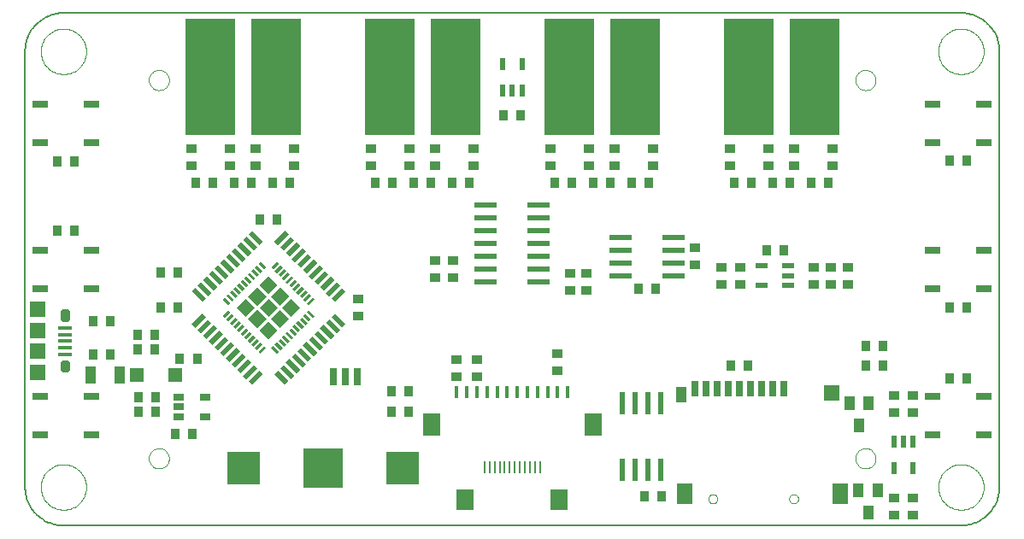
<source format=gtp>
G75*
%MOIN*%
%OFA0B0*%
%FSLAX24Y24*%
%IPPOS*%
%LPD*%
%AMOC8*
5,1,8,0,0,1.08239X$1,22.5*
%
%ADD10C,0.0050*%
%ADD11C,0.0000*%
%ADD12R,0.0276X0.0669*%
%ADD13R,0.0394X0.0709*%
%ADD14R,0.0472X0.0217*%
%ADD15R,0.0400X0.0370*%
%ADD16R,0.0217X0.0472*%
%ADD17R,0.0370X0.0400*%
%ADD18R,0.0870X0.0240*%
%ADD19R,0.1969X0.4567*%
%ADD20R,0.0600X0.0300*%
%ADD21R,0.0551X0.0551*%
%ADD22R,0.0531X0.0157*%
%ADD23C,0.0281*%
%ADD24R,0.0610X0.0648*%
%ADD25R,0.0610X0.0591*%
%ADD26R,0.1560X0.1560*%
%ADD27R,0.1250X0.1250*%
%ADD28R,0.0236X0.0866*%
%ADD29R,0.0315X0.0118*%
%ADD30R,0.0500X0.0500*%
%ADD31R,0.0300X0.0600*%
%ADD32R,0.0400X0.0600*%
%ADD33R,0.0600X0.0800*%
%ADD34R,0.0600X0.0600*%
%ADD35R,0.0390X0.0272*%
%ADD36R,0.0394X0.0551*%
%ADD37R,0.0118X0.0512*%
%ADD38R,0.0709X0.0866*%
%ADD39R,0.0591X0.0197*%
%ADD40R,0.0197X0.0591*%
%ADD41R,0.0098X0.0492*%
%ADD42R,0.0650X0.0807*%
D10*
X017760Y016393D02*
X052760Y016393D01*
X052836Y016395D01*
X052912Y016401D01*
X052987Y016410D01*
X053062Y016424D01*
X053136Y016441D01*
X053209Y016462D01*
X053281Y016486D01*
X053352Y016515D01*
X053421Y016546D01*
X053488Y016581D01*
X053553Y016620D01*
X053617Y016662D01*
X053678Y016707D01*
X053737Y016755D01*
X053793Y016806D01*
X053847Y016860D01*
X053898Y016916D01*
X053946Y016975D01*
X053991Y017036D01*
X054033Y017100D01*
X054072Y017165D01*
X054107Y017232D01*
X054138Y017301D01*
X054167Y017372D01*
X054191Y017444D01*
X054212Y017517D01*
X054229Y017591D01*
X054243Y017666D01*
X054252Y017741D01*
X054258Y017817D01*
X054260Y017893D01*
X054260Y034893D01*
X054258Y034969D01*
X054252Y035045D01*
X054243Y035120D01*
X054229Y035195D01*
X054212Y035269D01*
X054191Y035342D01*
X054167Y035414D01*
X054138Y035485D01*
X054107Y035554D01*
X054072Y035621D01*
X054033Y035686D01*
X053991Y035750D01*
X053946Y035811D01*
X053898Y035870D01*
X053847Y035926D01*
X053793Y035980D01*
X053737Y036031D01*
X053678Y036079D01*
X053617Y036124D01*
X053553Y036166D01*
X053488Y036205D01*
X053421Y036240D01*
X053352Y036271D01*
X053281Y036300D01*
X053209Y036324D01*
X053136Y036345D01*
X053062Y036362D01*
X052987Y036376D01*
X052912Y036385D01*
X052836Y036391D01*
X052760Y036393D01*
X017760Y036393D01*
X017684Y036391D01*
X017608Y036385D01*
X017533Y036376D01*
X017458Y036362D01*
X017384Y036345D01*
X017311Y036324D01*
X017239Y036300D01*
X017168Y036271D01*
X017099Y036240D01*
X017032Y036205D01*
X016967Y036166D01*
X016903Y036124D01*
X016842Y036079D01*
X016783Y036031D01*
X016727Y035980D01*
X016673Y035926D01*
X016622Y035870D01*
X016574Y035811D01*
X016529Y035750D01*
X016487Y035686D01*
X016448Y035621D01*
X016413Y035554D01*
X016382Y035485D01*
X016353Y035414D01*
X016329Y035342D01*
X016308Y035269D01*
X016291Y035195D01*
X016277Y035120D01*
X016268Y035045D01*
X016262Y034969D01*
X016260Y034893D01*
X016260Y017893D01*
X016262Y017817D01*
X016268Y017741D01*
X016277Y017666D01*
X016291Y017591D01*
X016308Y017517D01*
X016329Y017444D01*
X016353Y017372D01*
X016382Y017301D01*
X016413Y017232D01*
X016448Y017165D01*
X016487Y017100D01*
X016529Y017036D01*
X016574Y016975D01*
X016622Y016916D01*
X016673Y016860D01*
X016727Y016806D01*
X016783Y016755D01*
X016842Y016707D01*
X016903Y016662D01*
X016967Y016620D01*
X017032Y016581D01*
X017099Y016546D01*
X017168Y016515D01*
X017239Y016486D01*
X017311Y016462D01*
X017384Y016441D01*
X017458Y016424D01*
X017533Y016410D01*
X017608Y016401D01*
X017684Y016395D01*
X017760Y016393D01*
D11*
X016874Y017893D02*
X016876Y017952D01*
X016882Y018011D01*
X016892Y018069D01*
X016905Y018127D01*
X016923Y018184D01*
X016944Y018239D01*
X016969Y018293D01*
X016998Y018345D01*
X017030Y018394D01*
X017065Y018442D01*
X017103Y018487D01*
X017144Y018530D01*
X017188Y018570D01*
X017234Y018606D01*
X017283Y018640D01*
X017334Y018670D01*
X017387Y018697D01*
X017442Y018720D01*
X017497Y018739D01*
X017555Y018755D01*
X017613Y018767D01*
X017671Y018775D01*
X017730Y018779D01*
X017790Y018779D01*
X017849Y018775D01*
X017907Y018767D01*
X017965Y018755D01*
X018023Y018739D01*
X018078Y018720D01*
X018133Y018697D01*
X018186Y018670D01*
X018237Y018640D01*
X018286Y018606D01*
X018332Y018570D01*
X018376Y018530D01*
X018417Y018487D01*
X018455Y018442D01*
X018490Y018394D01*
X018522Y018345D01*
X018551Y018293D01*
X018576Y018239D01*
X018597Y018184D01*
X018615Y018127D01*
X018628Y018069D01*
X018638Y018011D01*
X018644Y017952D01*
X018646Y017893D01*
X018644Y017834D01*
X018638Y017775D01*
X018628Y017717D01*
X018615Y017659D01*
X018597Y017602D01*
X018576Y017547D01*
X018551Y017493D01*
X018522Y017441D01*
X018490Y017392D01*
X018455Y017344D01*
X018417Y017299D01*
X018376Y017256D01*
X018332Y017216D01*
X018286Y017180D01*
X018237Y017146D01*
X018186Y017116D01*
X018133Y017089D01*
X018078Y017066D01*
X018023Y017047D01*
X017965Y017031D01*
X017907Y017019D01*
X017849Y017011D01*
X017790Y017007D01*
X017730Y017007D01*
X017671Y017011D01*
X017613Y017019D01*
X017555Y017031D01*
X017497Y017047D01*
X017442Y017066D01*
X017387Y017089D01*
X017334Y017116D01*
X017283Y017146D01*
X017234Y017180D01*
X017188Y017216D01*
X017144Y017256D01*
X017103Y017299D01*
X017065Y017344D01*
X017030Y017392D01*
X016998Y017441D01*
X016969Y017493D01*
X016944Y017547D01*
X016923Y017602D01*
X016905Y017659D01*
X016892Y017717D01*
X016882Y017775D01*
X016876Y017834D01*
X016874Y017893D01*
X021086Y019011D02*
X021088Y019050D01*
X021094Y019089D01*
X021104Y019127D01*
X021117Y019164D01*
X021134Y019199D01*
X021154Y019233D01*
X021178Y019264D01*
X021205Y019293D01*
X021234Y019319D01*
X021266Y019342D01*
X021300Y019362D01*
X021336Y019378D01*
X021373Y019390D01*
X021412Y019399D01*
X021451Y019404D01*
X021490Y019405D01*
X021529Y019402D01*
X021568Y019395D01*
X021605Y019384D01*
X021642Y019370D01*
X021677Y019352D01*
X021710Y019331D01*
X021741Y019306D01*
X021769Y019279D01*
X021794Y019249D01*
X021816Y019216D01*
X021835Y019182D01*
X021850Y019146D01*
X021862Y019108D01*
X021870Y019070D01*
X021874Y019031D01*
X021874Y018991D01*
X021870Y018952D01*
X021862Y018914D01*
X021850Y018876D01*
X021835Y018840D01*
X021816Y018806D01*
X021794Y018773D01*
X021769Y018743D01*
X021741Y018716D01*
X021710Y018691D01*
X021677Y018670D01*
X021642Y018652D01*
X021605Y018638D01*
X021568Y018627D01*
X021529Y018620D01*
X021490Y018617D01*
X021451Y018618D01*
X021412Y018623D01*
X021373Y018632D01*
X021336Y018644D01*
X021300Y018660D01*
X021266Y018680D01*
X021234Y018703D01*
X021205Y018729D01*
X021178Y018758D01*
X021154Y018789D01*
X021134Y018823D01*
X021117Y018858D01*
X021104Y018895D01*
X021094Y018933D01*
X021088Y018972D01*
X021086Y019011D01*
X021086Y033775D02*
X021088Y033814D01*
X021094Y033853D01*
X021104Y033891D01*
X021117Y033928D01*
X021134Y033963D01*
X021154Y033997D01*
X021178Y034028D01*
X021205Y034057D01*
X021234Y034083D01*
X021266Y034106D01*
X021300Y034126D01*
X021336Y034142D01*
X021373Y034154D01*
X021412Y034163D01*
X021451Y034168D01*
X021490Y034169D01*
X021529Y034166D01*
X021568Y034159D01*
X021605Y034148D01*
X021642Y034134D01*
X021677Y034116D01*
X021710Y034095D01*
X021741Y034070D01*
X021769Y034043D01*
X021794Y034013D01*
X021816Y033980D01*
X021835Y033946D01*
X021850Y033910D01*
X021862Y033872D01*
X021870Y033834D01*
X021874Y033795D01*
X021874Y033755D01*
X021870Y033716D01*
X021862Y033678D01*
X021850Y033640D01*
X021835Y033604D01*
X021816Y033570D01*
X021794Y033537D01*
X021769Y033507D01*
X021741Y033480D01*
X021710Y033455D01*
X021677Y033434D01*
X021642Y033416D01*
X021605Y033402D01*
X021568Y033391D01*
X021529Y033384D01*
X021490Y033381D01*
X021451Y033382D01*
X021412Y033387D01*
X021373Y033396D01*
X021336Y033408D01*
X021300Y033424D01*
X021266Y033444D01*
X021234Y033467D01*
X021205Y033493D01*
X021178Y033522D01*
X021154Y033553D01*
X021134Y033587D01*
X021117Y033622D01*
X021104Y033659D01*
X021094Y033697D01*
X021088Y033736D01*
X021086Y033775D01*
X016874Y034893D02*
X016876Y034952D01*
X016882Y035011D01*
X016892Y035069D01*
X016905Y035127D01*
X016923Y035184D01*
X016944Y035239D01*
X016969Y035293D01*
X016998Y035345D01*
X017030Y035394D01*
X017065Y035442D01*
X017103Y035487D01*
X017144Y035530D01*
X017188Y035570D01*
X017234Y035606D01*
X017283Y035640D01*
X017334Y035670D01*
X017387Y035697D01*
X017442Y035720D01*
X017497Y035739D01*
X017555Y035755D01*
X017613Y035767D01*
X017671Y035775D01*
X017730Y035779D01*
X017790Y035779D01*
X017849Y035775D01*
X017907Y035767D01*
X017965Y035755D01*
X018023Y035739D01*
X018078Y035720D01*
X018133Y035697D01*
X018186Y035670D01*
X018237Y035640D01*
X018286Y035606D01*
X018332Y035570D01*
X018376Y035530D01*
X018417Y035487D01*
X018455Y035442D01*
X018490Y035394D01*
X018522Y035345D01*
X018551Y035293D01*
X018576Y035239D01*
X018597Y035184D01*
X018615Y035127D01*
X018628Y035069D01*
X018638Y035011D01*
X018644Y034952D01*
X018646Y034893D01*
X018644Y034834D01*
X018638Y034775D01*
X018628Y034717D01*
X018615Y034659D01*
X018597Y034602D01*
X018576Y034547D01*
X018551Y034493D01*
X018522Y034441D01*
X018490Y034392D01*
X018455Y034344D01*
X018417Y034299D01*
X018376Y034256D01*
X018332Y034216D01*
X018286Y034180D01*
X018237Y034146D01*
X018186Y034116D01*
X018133Y034089D01*
X018078Y034066D01*
X018023Y034047D01*
X017965Y034031D01*
X017907Y034019D01*
X017849Y034011D01*
X017790Y034007D01*
X017730Y034007D01*
X017671Y034011D01*
X017613Y034019D01*
X017555Y034031D01*
X017497Y034047D01*
X017442Y034066D01*
X017387Y034089D01*
X017334Y034116D01*
X017283Y034146D01*
X017234Y034180D01*
X017188Y034216D01*
X017144Y034256D01*
X017103Y034299D01*
X017065Y034344D01*
X017030Y034392D01*
X016998Y034441D01*
X016969Y034493D01*
X016944Y034547D01*
X016923Y034602D01*
X016905Y034659D01*
X016892Y034717D01*
X016882Y034775D01*
X016876Y034834D01*
X016874Y034893D01*
X042911Y017435D02*
X042913Y017461D01*
X042919Y017487D01*
X042928Y017511D01*
X042941Y017534D01*
X042958Y017554D01*
X042977Y017572D01*
X042999Y017587D01*
X043022Y017598D01*
X043047Y017606D01*
X043073Y017610D01*
X043099Y017610D01*
X043125Y017606D01*
X043150Y017598D01*
X043174Y017587D01*
X043195Y017572D01*
X043214Y017554D01*
X043231Y017534D01*
X043244Y017511D01*
X043253Y017487D01*
X043259Y017461D01*
X043261Y017435D01*
X043259Y017409D01*
X043253Y017383D01*
X043244Y017359D01*
X043231Y017336D01*
X043214Y017316D01*
X043195Y017298D01*
X043173Y017283D01*
X043150Y017272D01*
X043125Y017264D01*
X043099Y017260D01*
X043073Y017260D01*
X043047Y017264D01*
X043022Y017272D01*
X042998Y017283D01*
X042977Y017298D01*
X042958Y017316D01*
X042941Y017336D01*
X042928Y017359D01*
X042919Y017383D01*
X042913Y017409D01*
X042911Y017435D01*
X046060Y017435D02*
X046062Y017461D01*
X046068Y017487D01*
X046077Y017511D01*
X046090Y017534D01*
X046107Y017554D01*
X046126Y017572D01*
X046148Y017587D01*
X046171Y017598D01*
X046196Y017606D01*
X046222Y017610D01*
X046248Y017610D01*
X046274Y017606D01*
X046299Y017598D01*
X046323Y017587D01*
X046344Y017572D01*
X046363Y017554D01*
X046380Y017534D01*
X046393Y017511D01*
X046402Y017487D01*
X046408Y017461D01*
X046410Y017435D01*
X046408Y017409D01*
X046402Y017383D01*
X046393Y017359D01*
X046380Y017336D01*
X046363Y017316D01*
X046344Y017298D01*
X046322Y017283D01*
X046299Y017272D01*
X046274Y017264D01*
X046248Y017260D01*
X046222Y017260D01*
X046196Y017264D01*
X046171Y017272D01*
X046147Y017283D01*
X046126Y017298D01*
X046107Y017316D01*
X046090Y017336D01*
X046077Y017359D01*
X046068Y017383D01*
X046062Y017409D01*
X046060Y017435D01*
X048645Y019011D02*
X048647Y019050D01*
X048653Y019089D01*
X048663Y019127D01*
X048676Y019164D01*
X048693Y019199D01*
X048713Y019233D01*
X048737Y019264D01*
X048764Y019293D01*
X048793Y019319D01*
X048825Y019342D01*
X048859Y019362D01*
X048895Y019378D01*
X048932Y019390D01*
X048971Y019399D01*
X049010Y019404D01*
X049049Y019405D01*
X049088Y019402D01*
X049127Y019395D01*
X049164Y019384D01*
X049201Y019370D01*
X049236Y019352D01*
X049269Y019331D01*
X049300Y019306D01*
X049328Y019279D01*
X049353Y019249D01*
X049375Y019216D01*
X049394Y019182D01*
X049409Y019146D01*
X049421Y019108D01*
X049429Y019070D01*
X049433Y019031D01*
X049433Y018991D01*
X049429Y018952D01*
X049421Y018914D01*
X049409Y018876D01*
X049394Y018840D01*
X049375Y018806D01*
X049353Y018773D01*
X049328Y018743D01*
X049300Y018716D01*
X049269Y018691D01*
X049236Y018670D01*
X049201Y018652D01*
X049164Y018638D01*
X049127Y018627D01*
X049088Y018620D01*
X049049Y018617D01*
X049010Y018618D01*
X048971Y018623D01*
X048932Y018632D01*
X048895Y018644D01*
X048859Y018660D01*
X048825Y018680D01*
X048793Y018703D01*
X048764Y018729D01*
X048737Y018758D01*
X048713Y018789D01*
X048693Y018823D01*
X048676Y018858D01*
X048663Y018895D01*
X048653Y018933D01*
X048647Y018972D01*
X048645Y019011D01*
X051874Y017893D02*
X051876Y017952D01*
X051882Y018011D01*
X051892Y018069D01*
X051905Y018127D01*
X051923Y018184D01*
X051944Y018239D01*
X051969Y018293D01*
X051998Y018345D01*
X052030Y018394D01*
X052065Y018442D01*
X052103Y018487D01*
X052144Y018530D01*
X052188Y018570D01*
X052234Y018606D01*
X052283Y018640D01*
X052334Y018670D01*
X052387Y018697D01*
X052442Y018720D01*
X052497Y018739D01*
X052555Y018755D01*
X052613Y018767D01*
X052671Y018775D01*
X052730Y018779D01*
X052790Y018779D01*
X052849Y018775D01*
X052907Y018767D01*
X052965Y018755D01*
X053023Y018739D01*
X053078Y018720D01*
X053133Y018697D01*
X053186Y018670D01*
X053237Y018640D01*
X053286Y018606D01*
X053332Y018570D01*
X053376Y018530D01*
X053417Y018487D01*
X053455Y018442D01*
X053490Y018394D01*
X053522Y018345D01*
X053551Y018293D01*
X053576Y018239D01*
X053597Y018184D01*
X053615Y018127D01*
X053628Y018069D01*
X053638Y018011D01*
X053644Y017952D01*
X053646Y017893D01*
X053644Y017834D01*
X053638Y017775D01*
X053628Y017717D01*
X053615Y017659D01*
X053597Y017602D01*
X053576Y017547D01*
X053551Y017493D01*
X053522Y017441D01*
X053490Y017392D01*
X053455Y017344D01*
X053417Y017299D01*
X053376Y017256D01*
X053332Y017216D01*
X053286Y017180D01*
X053237Y017146D01*
X053186Y017116D01*
X053133Y017089D01*
X053078Y017066D01*
X053023Y017047D01*
X052965Y017031D01*
X052907Y017019D01*
X052849Y017011D01*
X052790Y017007D01*
X052730Y017007D01*
X052671Y017011D01*
X052613Y017019D01*
X052555Y017031D01*
X052497Y017047D01*
X052442Y017066D01*
X052387Y017089D01*
X052334Y017116D01*
X052283Y017146D01*
X052234Y017180D01*
X052188Y017216D01*
X052144Y017256D01*
X052103Y017299D01*
X052065Y017344D01*
X052030Y017392D01*
X051998Y017441D01*
X051969Y017493D01*
X051944Y017547D01*
X051923Y017602D01*
X051905Y017659D01*
X051892Y017717D01*
X051882Y017775D01*
X051876Y017834D01*
X051874Y017893D01*
X048645Y033775D02*
X048647Y033814D01*
X048653Y033853D01*
X048663Y033891D01*
X048676Y033928D01*
X048693Y033963D01*
X048713Y033997D01*
X048737Y034028D01*
X048764Y034057D01*
X048793Y034083D01*
X048825Y034106D01*
X048859Y034126D01*
X048895Y034142D01*
X048932Y034154D01*
X048971Y034163D01*
X049010Y034168D01*
X049049Y034169D01*
X049088Y034166D01*
X049127Y034159D01*
X049164Y034148D01*
X049201Y034134D01*
X049236Y034116D01*
X049269Y034095D01*
X049300Y034070D01*
X049328Y034043D01*
X049353Y034013D01*
X049375Y033980D01*
X049394Y033946D01*
X049409Y033910D01*
X049421Y033872D01*
X049429Y033834D01*
X049433Y033795D01*
X049433Y033755D01*
X049429Y033716D01*
X049421Y033678D01*
X049409Y033640D01*
X049394Y033604D01*
X049375Y033570D01*
X049353Y033537D01*
X049328Y033507D01*
X049300Y033480D01*
X049269Y033455D01*
X049236Y033434D01*
X049201Y033416D01*
X049164Y033402D01*
X049127Y033391D01*
X049088Y033384D01*
X049049Y033381D01*
X049010Y033382D01*
X048971Y033387D01*
X048932Y033396D01*
X048895Y033408D01*
X048859Y033424D01*
X048825Y033444D01*
X048793Y033467D01*
X048764Y033493D01*
X048737Y033522D01*
X048713Y033553D01*
X048693Y033587D01*
X048676Y033622D01*
X048663Y033659D01*
X048653Y033697D01*
X048647Y033736D01*
X048645Y033775D01*
X051874Y034893D02*
X051876Y034952D01*
X051882Y035011D01*
X051892Y035069D01*
X051905Y035127D01*
X051923Y035184D01*
X051944Y035239D01*
X051969Y035293D01*
X051998Y035345D01*
X052030Y035394D01*
X052065Y035442D01*
X052103Y035487D01*
X052144Y035530D01*
X052188Y035570D01*
X052234Y035606D01*
X052283Y035640D01*
X052334Y035670D01*
X052387Y035697D01*
X052442Y035720D01*
X052497Y035739D01*
X052555Y035755D01*
X052613Y035767D01*
X052671Y035775D01*
X052730Y035779D01*
X052790Y035779D01*
X052849Y035775D01*
X052907Y035767D01*
X052965Y035755D01*
X053023Y035739D01*
X053078Y035720D01*
X053133Y035697D01*
X053186Y035670D01*
X053237Y035640D01*
X053286Y035606D01*
X053332Y035570D01*
X053376Y035530D01*
X053417Y035487D01*
X053455Y035442D01*
X053490Y035394D01*
X053522Y035345D01*
X053551Y035293D01*
X053576Y035239D01*
X053597Y035184D01*
X053615Y035127D01*
X053628Y035069D01*
X053638Y035011D01*
X053644Y034952D01*
X053646Y034893D01*
X053644Y034834D01*
X053638Y034775D01*
X053628Y034717D01*
X053615Y034659D01*
X053597Y034602D01*
X053576Y034547D01*
X053551Y034493D01*
X053522Y034441D01*
X053490Y034392D01*
X053455Y034344D01*
X053417Y034299D01*
X053376Y034256D01*
X053332Y034216D01*
X053286Y034180D01*
X053237Y034146D01*
X053186Y034116D01*
X053133Y034089D01*
X053078Y034066D01*
X053023Y034047D01*
X052965Y034031D01*
X052907Y034019D01*
X052849Y034011D01*
X052790Y034007D01*
X052730Y034007D01*
X052671Y034011D01*
X052613Y034019D01*
X052555Y034031D01*
X052497Y034047D01*
X052442Y034066D01*
X052387Y034089D01*
X052334Y034116D01*
X052283Y034146D01*
X052234Y034180D01*
X052188Y034216D01*
X052144Y034256D01*
X052103Y034299D01*
X052065Y034344D01*
X052030Y034392D01*
X051998Y034441D01*
X051969Y034493D01*
X051944Y034547D01*
X051923Y034602D01*
X051905Y034659D01*
X051892Y034717D01*
X051882Y034775D01*
X051876Y034834D01*
X051874Y034893D01*
D12*
X029232Y022206D03*
X028760Y022206D03*
X028287Y022206D03*
D13*
X019936Y022268D03*
X018833Y022268D03*
D14*
X044998Y025769D03*
X044998Y026517D03*
X046021Y026517D03*
X046021Y026143D03*
X046021Y025769D03*
D15*
X047010Y025809D03*
X047010Y026478D03*
X047697Y026478D03*
X048353Y026478D03*
X048353Y025809D03*
X047697Y025809D03*
X044166Y025809D03*
X044166Y026478D03*
X043416Y026478D03*
X043416Y025809D03*
X042385Y026559D03*
X042385Y027228D03*
X043760Y030434D03*
X043760Y031103D03*
X045260Y031103D03*
X045260Y030434D03*
X046260Y030434D03*
X046260Y031103D03*
X047760Y031103D03*
X047760Y030434D03*
X040760Y030434D03*
X040760Y031103D03*
X039260Y031103D03*
X038260Y031103D03*
X038260Y030434D03*
X039260Y030434D03*
X036760Y030434D03*
X036760Y031103D03*
X033760Y031103D03*
X033760Y030434D03*
X032260Y030434D03*
X032260Y031103D03*
X031260Y031103D03*
X031260Y030434D03*
X029760Y030434D03*
X029760Y031103D03*
X026760Y031103D03*
X026760Y030434D03*
X025260Y030434D03*
X024260Y030434D03*
X024260Y031103D03*
X025260Y031103D03*
X022760Y031103D03*
X022760Y030434D03*
X029260Y025228D03*
X029260Y024559D03*
X032260Y026059D03*
X032960Y026059D03*
X032960Y026728D03*
X032260Y026728D03*
X037510Y026228D03*
X038135Y026228D03*
X038135Y025559D03*
X037510Y025559D03*
X037031Y023103D03*
X037031Y022434D03*
X033882Y022184D03*
X033094Y022184D03*
X033094Y022853D03*
X033882Y022853D03*
X050135Y021478D03*
X050884Y021478D03*
X050884Y020809D03*
X050135Y020809D03*
X050135Y017478D03*
X050885Y017478D03*
X050885Y016809D03*
X050135Y016809D03*
D16*
X050135Y018631D03*
X050884Y018631D03*
X050884Y019655D03*
X050510Y019655D03*
X050135Y019655D03*
X035634Y033381D03*
X035260Y033381D03*
X034885Y033381D03*
X034885Y034405D03*
X035634Y034405D03*
D17*
X035594Y032393D03*
X034925Y032393D03*
X033594Y029768D03*
X032925Y029768D03*
X032094Y029768D03*
X031425Y029768D03*
X030594Y029768D03*
X029925Y029768D03*
X026594Y029768D03*
X025925Y029768D03*
X025094Y029768D03*
X024425Y029768D03*
X023594Y029768D03*
X022925Y029768D03*
X025425Y028331D03*
X026094Y028331D03*
X022219Y026268D03*
X021550Y026268D03*
X021550Y024893D03*
X022219Y024893D03*
X021313Y023849D03*
X021313Y023275D03*
X020644Y023275D03*
X020644Y023849D03*
X019594Y024361D03*
X018925Y024361D03*
X018925Y023081D03*
X019594Y023081D03*
X020675Y021393D03*
X021344Y021393D03*
X021344Y020831D03*
X020675Y020831D03*
X022112Y019956D03*
X022782Y019956D03*
X022969Y022893D03*
X022300Y022893D03*
X018194Y027893D03*
X017525Y027893D03*
X017525Y030593D03*
X018194Y030593D03*
X030537Y021643D03*
X031207Y021643D03*
X031207Y020831D03*
X030537Y020831D03*
X040425Y017543D03*
X041094Y017543D03*
X043775Y022643D03*
X044444Y022643D03*
X049050Y022643D03*
X049719Y022643D03*
X049719Y023393D03*
X049050Y023393D03*
X052325Y022143D03*
X052994Y022143D03*
X052994Y024893D03*
X052325Y024893D03*
X045844Y027143D03*
X045175Y027143D03*
X045425Y029768D03*
X046094Y029768D03*
X046925Y029768D03*
X047594Y029768D03*
X044594Y029768D03*
X043925Y029768D03*
X040594Y029768D03*
X039925Y029768D03*
X039094Y029768D03*
X038425Y029768D03*
X037594Y029768D03*
X036925Y029768D03*
X040175Y025643D03*
X040844Y025643D03*
X052325Y030643D03*
X052994Y030643D03*
D18*
X041540Y027643D03*
X041540Y027143D03*
X041540Y026643D03*
X041540Y026143D03*
X039480Y026143D03*
X039480Y026643D03*
X039480Y027143D03*
X039480Y027643D03*
X036290Y027393D03*
X036290Y026893D03*
X036290Y026393D03*
X036290Y025893D03*
X034230Y025893D03*
X034230Y026393D03*
X034230Y026893D03*
X034230Y027393D03*
X034230Y027893D03*
X034230Y028393D03*
X034230Y028893D03*
X036290Y028893D03*
X036290Y028393D03*
X036290Y027893D03*
D19*
X037480Y033893D03*
X040039Y033893D03*
X044480Y033893D03*
X047039Y033893D03*
X033039Y033893D03*
X030480Y033893D03*
X026039Y033893D03*
X023480Y033893D03*
D20*
X018860Y032843D03*
X016860Y032843D03*
X016860Y031343D03*
X018860Y031343D03*
X018860Y027143D03*
X016860Y027143D03*
X016860Y025643D03*
X018860Y025643D03*
X018860Y021443D03*
X016860Y021443D03*
X016860Y019943D03*
X018860Y019943D03*
X051660Y019943D03*
X051660Y021443D03*
X053660Y021443D03*
X053660Y019943D03*
X053660Y025643D03*
X053660Y027143D03*
X051660Y027143D03*
X051660Y025643D03*
X051660Y031343D03*
X051660Y032843D03*
X053660Y032843D03*
X053660Y031343D03*
D21*
X022101Y022268D03*
X020605Y022268D03*
D22*
X017823Y023081D03*
X017823Y023337D03*
X017823Y023593D03*
X017823Y023849D03*
X017823Y024105D03*
D23*
X017776Y024472D02*
X017776Y024684D01*
X017870Y024684D01*
X017870Y024472D01*
X017776Y024472D01*
X017776Y022715D02*
X017776Y022503D01*
X017776Y022715D02*
X017870Y022715D01*
X017870Y022503D01*
X017776Y022503D01*
D24*
X016760Y022364D03*
X016760Y024823D03*
D25*
X016760Y023987D03*
X016760Y023200D03*
D26*
X027885Y018643D03*
D27*
X030985Y018643D03*
X024785Y018643D03*
D28*
X039535Y018557D03*
X040035Y018557D03*
X040535Y018557D03*
X041035Y018557D03*
X041035Y021179D03*
X040535Y021179D03*
X040035Y021179D03*
X039535Y021179D03*
D29*
G36*
X027333Y024795D02*
X027554Y024574D01*
X027471Y024491D01*
X027250Y024712D01*
X027333Y024795D01*
G37*
G36*
X027194Y024656D02*
X027415Y024435D01*
X027332Y024352D01*
X027111Y024573D01*
X027194Y024656D01*
G37*
G36*
X027055Y024516D02*
X027276Y024295D01*
X027193Y024212D01*
X026972Y024433D01*
X027055Y024516D01*
G37*
G36*
X026915Y024377D02*
X027136Y024156D01*
X027053Y024073D01*
X026832Y024294D01*
X026915Y024377D01*
G37*
G36*
X026776Y024238D02*
X026997Y024017D01*
X026914Y023934D01*
X026693Y024155D01*
X026776Y024238D01*
G37*
G36*
X026775Y023795D02*
X026554Y024016D01*
X026637Y024099D01*
X026858Y023878D01*
X026775Y023795D01*
G37*
G36*
X026636Y023656D02*
X026415Y023877D01*
X026498Y023960D01*
X026719Y023739D01*
X026636Y023656D01*
G37*
G36*
X026497Y023516D02*
X026276Y023737D01*
X026359Y023820D01*
X026580Y023599D01*
X026497Y023516D01*
G37*
G36*
X026357Y023377D02*
X026136Y023598D01*
X026219Y023681D01*
X026440Y023460D01*
X026357Y023377D01*
G37*
G36*
X026218Y023238D02*
X025997Y023459D01*
X026080Y023542D01*
X026301Y023321D01*
X026218Y023238D01*
G37*
G36*
X026079Y023099D02*
X025858Y023320D01*
X025941Y023403D01*
X026162Y023182D01*
X026079Y023099D01*
G37*
G36*
X025661Y023320D02*
X025440Y023099D01*
X025357Y023182D01*
X025578Y023403D01*
X025661Y023320D01*
G37*
G36*
X025522Y023459D02*
X025301Y023238D01*
X025218Y023321D01*
X025439Y023542D01*
X025522Y023459D01*
G37*
G36*
X025383Y023598D02*
X025162Y023377D01*
X025079Y023460D01*
X025300Y023681D01*
X025383Y023598D01*
G37*
G36*
X025243Y023737D02*
X025022Y023516D01*
X024939Y023599D01*
X025160Y023820D01*
X025243Y023737D01*
G37*
G36*
X025104Y023877D02*
X024883Y023656D01*
X024800Y023739D01*
X025021Y023960D01*
X025104Y023877D01*
G37*
G36*
X024661Y023878D02*
X024882Y024099D01*
X024965Y024016D01*
X024744Y023795D01*
X024661Y023878D01*
G37*
G36*
X024522Y024017D02*
X024743Y024238D01*
X024826Y024155D01*
X024605Y023934D01*
X024522Y024017D01*
G37*
G36*
X024383Y024156D02*
X024604Y024377D01*
X024687Y024294D01*
X024466Y024073D01*
X024383Y024156D01*
G37*
G36*
X024243Y024295D02*
X024464Y024516D01*
X024547Y024433D01*
X024326Y024212D01*
X024243Y024295D01*
G37*
G36*
X024104Y024435D02*
X024325Y024656D01*
X024408Y024573D01*
X024187Y024352D01*
X024104Y024435D01*
G37*
G36*
X023965Y024574D02*
X024186Y024795D01*
X024269Y024712D01*
X024048Y024491D01*
X023965Y024574D01*
G37*
G36*
X024186Y024992D02*
X023965Y025213D01*
X024048Y025296D01*
X024269Y025075D01*
X024186Y024992D01*
G37*
G36*
X024325Y025131D02*
X024104Y025352D01*
X024187Y025435D01*
X024408Y025214D01*
X024325Y025131D01*
G37*
G36*
X024464Y025270D02*
X024243Y025491D01*
X024326Y025574D01*
X024547Y025353D01*
X024464Y025270D01*
G37*
G36*
X024604Y025409D02*
X024383Y025630D01*
X024466Y025713D01*
X024687Y025492D01*
X024604Y025409D01*
G37*
G36*
X024743Y025549D02*
X024522Y025770D01*
X024605Y025853D01*
X024826Y025632D01*
X024743Y025549D01*
G37*
G36*
X024744Y025992D02*
X024965Y025771D01*
X024882Y025688D01*
X024661Y025909D01*
X024744Y025992D01*
G37*
G36*
X024883Y026131D02*
X025104Y025910D01*
X025021Y025827D01*
X024800Y026048D01*
X024883Y026131D01*
G37*
G36*
X025022Y026270D02*
X025243Y026049D01*
X025160Y025966D01*
X024939Y026187D01*
X025022Y026270D01*
G37*
G36*
X025162Y026409D02*
X025383Y026188D01*
X025300Y026105D01*
X025079Y026326D01*
X025162Y026409D01*
G37*
G36*
X025301Y026549D02*
X025522Y026328D01*
X025439Y026245D01*
X025218Y026466D01*
X025301Y026549D01*
G37*
G36*
X025440Y026688D02*
X025661Y026467D01*
X025578Y026384D01*
X025357Y026605D01*
X025440Y026688D01*
G37*
G36*
X025858Y026467D02*
X026079Y026688D01*
X026162Y026605D01*
X025941Y026384D01*
X025858Y026467D01*
G37*
G36*
X025997Y026328D02*
X026218Y026549D01*
X026301Y026466D01*
X026080Y026245D01*
X025997Y026328D01*
G37*
G36*
X026136Y026188D02*
X026357Y026409D01*
X026440Y026326D01*
X026219Y026105D01*
X026136Y026188D01*
G37*
G36*
X026276Y026049D02*
X026497Y026270D01*
X026580Y026187D01*
X026359Y025966D01*
X026276Y026049D01*
G37*
G36*
X026415Y025910D02*
X026636Y026131D01*
X026719Y026048D01*
X026498Y025827D01*
X026415Y025910D01*
G37*
G36*
X026858Y025909D02*
X026637Y025688D01*
X026554Y025771D01*
X026775Y025992D01*
X026858Y025909D01*
G37*
G36*
X026997Y025770D02*
X026776Y025549D01*
X026693Y025632D01*
X026914Y025853D01*
X026997Y025770D01*
G37*
G36*
X027136Y025630D02*
X026915Y025409D01*
X026832Y025492D01*
X027053Y025713D01*
X027136Y025630D01*
G37*
G36*
X027276Y025491D02*
X027055Y025270D01*
X026972Y025353D01*
X027193Y025574D01*
X027276Y025491D01*
G37*
G36*
X027415Y025352D02*
X027194Y025131D01*
X027111Y025214D01*
X027332Y025435D01*
X027415Y025352D01*
G37*
G36*
X027554Y025213D02*
X027333Y024992D01*
X027250Y025075D01*
X027471Y025296D01*
X027554Y025213D01*
G37*
D30*
G36*
X026996Y024893D02*
X026643Y024540D01*
X026290Y024893D01*
X026643Y025246D01*
X026996Y024893D01*
G37*
G36*
X026554Y024451D02*
X026201Y024098D01*
X025848Y024451D01*
X026201Y024804D01*
X026554Y024451D01*
G37*
G36*
X026113Y024009D02*
X025760Y023656D01*
X025407Y024009D01*
X025760Y024362D01*
X026113Y024009D01*
G37*
G36*
X025671Y024451D02*
X025318Y024098D01*
X024965Y024451D01*
X025318Y024804D01*
X025671Y024451D01*
G37*
G36*
X026113Y024893D02*
X025760Y024540D01*
X025407Y024893D01*
X025760Y025246D01*
X026113Y024893D01*
G37*
G36*
X026554Y025335D02*
X026201Y024982D01*
X025848Y025335D01*
X026201Y025688D01*
X026554Y025335D01*
G37*
G36*
X026113Y025777D02*
X025760Y025424D01*
X025407Y025777D01*
X025760Y026130D01*
X026113Y025777D01*
G37*
G36*
X025671Y025335D02*
X025318Y024982D01*
X024965Y025335D01*
X025318Y025688D01*
X025671Y025335D01*
G37*
G36*
X025229Y024893D02*
X024876Y024540D01*
X024523Y024893D01*
X024876Y025246D01*
X025229Y024893D01*
G37*
D31*
X042377Y021726D03*
X042810Y021726D03*
X043243Y021726D03*
X043676Y021726D03*
X044110Y021726D03*
X044543Y021726D03*
X044976Y021726D03*
X045409Y021726D03*
X045842Y021726D03*
D32*
X041847Y021490D03*
D33*
X041984Y017643D03*
X048047Y017643D03*
D34*
X047724Y021572D03*
D35*
X023271Y021392D03*
X022252Y021392D03*
X022252Y021018D03*
X022252Y020644D03*
X023271Y020644D03*
D36*
X048416Y021175D03*
X049164Y021175D03*
X048790Y020309D03*
X048760Y017759D03*
X049509Y017759D03*
X049135Y016893D03*
D37*
X037425Y021610D03*
X037031Y021610D03*
X036637Y021610D03*
X036244Y021610D03*
X035850Y021610D03*
X035456Y021610D03*
X035063Y021610D03*
X034669Y021610D03*
X034275Y021610D03*
X033882Y021610D03*
X033488Y021610D03*
X033094Y021610D03*
D38*
X032110Y020330D03*
X038409Y020330D03*
D39*
G36*
X028765Y025533D02*
X028349Y025117D01*
X028211Y025255D01*
X028627Y025671D01*
X028765Y025533D01*
G37*
G36*
X028542Y025756D02*
X028126Y025340D01*
X027988Y025478D01*
X028404Y025894D01*
X028542Y025756D01*
G37*
G36*
X028319Y025979D02*
X027903Y025563D01*
X027765Y025701D01*
X028181Y026117D01*
X028319Y025979D01*
G37*
G36*
X028097Y026202D02*
X027681Y025786D01*
X027543Y025924D01*
X027959Y026340D01*
X028097Y026202D01*
G37*
G36*
X027874Y026424D02*
X027458Y026008D01*
X027320Y026146D01*
X027736Y026562D01*
X027874Y026424D01*
G37*
G36*
X027651Y026647D02*
X027235Y026231D01*
X027097Y026369D01*
X027513Y026785D01*
X027651Y026647D01*
G37*
G36*
X027428Y026870D02*
X027012Y026454D01*
X026874Y026592D01*
X027290Y027008D01*
X027428Y026870D01*
G37*
G36*
X027206Y027092D02*
X026790Y026676D01*
X026652Y026814D01*
X027068Y027230D01*
X027206Y027092D01*
G37*
G36*
X026983Y027315D02*
X026567Y026899D01*
X026429Y027037D01*
X026845Y027453D01*
X026983Y027315D01*
G37*
G36*
X026760Y027538D02*
X026344Y027122D01*
X026206Y027260D01*
X026622Y027676D01*
X026760Y027538D01*
G37*
G36*
X026538Y027761D02*
X026122Y027345D01*
X025984Y027483D01*
X026400Y027899D01*
X026538Y027761D01*
G37*
G36*
X023308Y024531D02*
X022892Y024115D01*
X022754Y024253D01*
X023170Y024669D01*
X023308Y024531D01*
G37*
G36*
X023531Y024308D02*
X023115Y023892D01*
X022977Y024030D01*
X023393Y024446D01*
X023531Y024308D01*
G37*
G36*
X023754Y024086D02*
X023338Y023670D01*
X023200Y023808D01*
X023616Y024224D01*
X023754Y024086D01*
G37*
G36*
X023976Y023863D02*
X023560Y023447D01*
X023422Y023585D01*
X023838Y024001D01*
X023976Y023863D01*
G37*
G36*
X024199Y023640D02*
X023783Y023224D01*
X023645Y023362D01*
X024061Y023778D01*
X024199Y023640D01*
G37*
G36*
X024422Y023418D02*
X024006Y023002D01*
X023868Y023140D01*
X024284Y023556D01*
X024422Y023418D01*
G37*
G36*
X024645Y023195D02*
X024229Y022779D01*
X024091Y022917D01*
X024507Y023333D01*
X024645Y023195D01*
G37*
G36*
X024867Y022972D02*
X024451Y022556D01*
X024313Y022694D01*
X024729Y023110D01*
X024867Y022972D01*
G37*
G36*
X025090Y022750D02*
X024674Y022334D01*
X024536Y022472D01*
X024952Y022888D01*
X025090Y022750D01*
G37*
G36*
X025313Y022527D02*
X024897Y022111D01*
X024759Y022249D01*
X025175Y022665D01*
X025313Y022527D01*
G37*
G36*
X025535Y022304D02*
X025119Y021888D01*
X024981Y022026D01*
X025397Y022442D01*
X025535Y022304D01*
G37*
D40*
G36*
X026538Y022026D02*
X026400Y021888D01*
X025984Y022304D01*
X026122Y022442D01*
X026538Y022026D01*
G37*
G36*
X026760Y022249D02*
X026622Y022111D01*
X026206Y022527D01*
X026344Y022665D01*
X026760Y022249D01*
G37*
G36*
X026983Y022472D02*
X026845Y022334D01*
X026429Y022750D01*
X026567Y022888D01*
X026983Y022472D01*
G37*
G36*
X027206Y022694D02*
X027068Y022556D01*
X026652Y022972D01*
X026790Y023110D01*
X027206Y022694D01*
G37*
G36*
X027428Y022917D02*
X027290Y022779D01*
X026874Y023195D01*
X027012Y023333D01*
X027428Y022917D01*
G37*
G36*
X027651Y023140D02*
X027513Y023002D01*
X027097Y023418D01*
X027235Y023556D01*
X027651Y023140D01*
G37*
G36*
X027874Y023362D02*
X027736Y023224D01*
X027320Y023640D01*
X027458Y023778D01*
X027874Y023362D01*
G37*
G36*
X028097Y023585D02*
X027959Y023447D01*
X027543Y023863D01*
X027681Y024001D01*
X028097Y023585D01*
G37*
G36*
X028319Y023808D02*
X028181Y023670D01*
X027765Y024086D01*
X027903Y024224D01*
X028319Y023808D01*
G37*
G36*
X028542Y024030D02*
X028404Y023892D01*
X027988Y024308D01*
X028126Y024446D01*
X028542Y024030D01*
G37*
G36*
X028765Y024253D02*
X028627Y024115D01*
X028211Y024531D01*
X028349Y024669D01*
X028765Y024253D01*
G37*
G36*
X025313Y027260D02*
X025175Y027122D01*
X024759Y027538D01*
X024897Y027676D01*
X025313Y027260D01*
G37*
G36*
X025535Y027483D02*
X025397Y027345D01*
X024981Y027761D01*
X025119Y027899D01*
X025535Y027483D01*
G37*
G36*
X025090Y027037D02*
X024952Y026899D01*
X024536Y027315D01*
X024674Y027453D01*
X025090Y027037D01*
G37*
G36*
X024867Y026814D02*
X024729Y026676D01*
X024313Y027092D01*
X024451Y027230D01*
X024867Y026814D01*
G37*
G36*
X024645Y026592D02*
X024507Y026454D01*
X024091Y026870D01*
X024229Y027008D01*
X024645Y026592D01*
G37*
G36*
X024422Y026369D02*
X024284Y026231D01*
X023868Y026647D01*
X024006Y026785D01*
X024422Y026369D01*
G37*
G36*
X024199Y026146D02*
X024061Y026008D01*
X023645Y026424D01*
X023783Y026562D01*
X024199Y026146D01*
G37*
G36*
X023976Y025924D02*
X023838Y025786D01*
X023422Y026202D01*
X023560Y026340D01*
X023976Y025924D01*
G37*
G36*
X023754Y025701D02*
X023616Y025563D01*
X023200Y025979D01*
X023338Y026117D01*
X023754Y025701D01*
G37*
G36*
X023531Y025478D02*
X023393Y025340D01*
X022977Y025756D01*
X023115Y025894D01*
X023531Y025478D01*
G37*
G36*
X023308Y025255D02*
X023170Y025117D01*
X022754Y025533D01*
X022892Y025671D01*
X023308Y025255D01*
G37*
D41*
X034177Y018673D03*
X034374Y018673D03*
X034571Y018673D03*
X034767Y018673D03*
X034964Y018673D03*
X035161Y018673D03*
X035358Y018673D03*
X035555Y018673D03*
X035752Y018673D03*
X035948Y018673D03*
X036145Y018673D03*
X036342Y018673D03*
D42*
X037090Y017393D03*
X033429Y017393D03*
M02*

</source>
